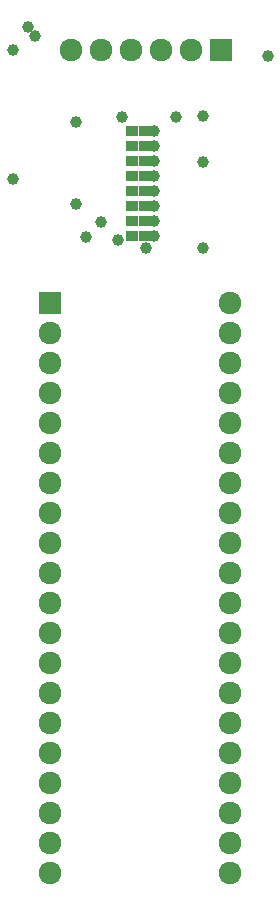
<source format=gbr>
G04 #@! TF.FileFunction,Soldermask,Bot*
%FSLAX46Y46*%
G04 Gerber Fmt 4.6, Leading zero omitted, Abs format (unit mm)*
G04 Created by KiCad (PCBNEW 4.0.7) date 03/16/20 13:41:23*
%MOMM*%
%LPD*%
G01*
G04 APERTURE LIST*
%ADD10C,0.100000*%
%ADD11C,1.924000*%
%ADD12R,1.924000X1.924000*%
%ADD13C,1.000000*%
%ADD14R,1.000000X0.900000*%
G04 APERTURE END LIST*
D10*
D11*
X116332000Y-127508000D03*
X116332000Y-130048000D03*
X131572000Y-130048000D03*
X131572000Y-127508000D03*
X131572000Y-112268000D03*
X131572000Y-114808000D03*
X131572000Y-117348000D03*
X131572000Y-119888000D03*
X131572000Y-122428000D03*
X131572000Y-124968000D03*
X116332000Y-124968000D03*
X116332000Y-122428000D03*
X116332000Y-119888000D03*
X116332000Y-117348000D03*
X116332000Y-114808000D03*
X116332000Y-112268000D03*
D12*
X116332000Y-81788000D03*
D11*
X116332000Y-84328000D03*
X116332000Y-86868000D03*
X116332000Y-89408000D03*
X116332000Y-91948000D03*
X116332000Y-94488000D03*
X116332000Y-97028000D03*
X116332000Y-99568000D03*
X116332000Y-102108000D03*
X116332000Y-104648000D03*
X116332000Y-107188000D03*
X116332000Y-109728000D03*
X131572000Y-109728000D03*
X131572000Y-107188000D03*
X131572000Y-104648000D03*
X131572000Y-102108000D03*
X131572000Y-99568000D03*
X131572000Y-97028000D03*
X131572000Y-94488000D03*
X131572000Y-91948000D03*
X131572000Y-89408000D03*
X131572000Y-86868000D03*
X131572000Y-84328000D03*
X131572000Y-81788000D03*
X123190000Y-60325000D03*
X125730000Y-60325000D03*
D12*
X130810000Y-60325000D03*
D11*
X128270000Y-60325000D03*
X120650000Y-60325000D03*
X118110000Y-60325000D03*
D13*
X120650000Y-74930000D03*
X119380000Y-76200000D03*
X125095000Y-76073000D03*
X125095000Y-74803000D03*
X125095000Y-73533000D03*
X125095000Y-72263000D03*
X125095000Y-70993000D03*
X125095000Y-69723000D03*
X125095000Y-68453000D03*
X125095000Y-67183000D03*
X127000000Y-66040000D03*
X122047000Y-76454000D03*
X124460000Y-77089000D03*
X114427000Y-58420000D03*
X113157000Y-71247000D03*
X118491000Y-73406000D03*
X118491000Y-66421000D03*
X115062000Y-59182000D03*
X122428000Y-66040000D03*
X129286000Y-69850000D03*
X129286000Y-77089000D03*
X113157000Y-60325000D03*
X129286000Y-65913000D03*
X134747000Y-60833000D03*
D14*
X123275000Y-67183000D03*
X124375000Y-67183000D03*
X123275000Y-68453000D03*
X124375000Y-68453000D03*
X123275000Y-69723000D03*
X124375000Y-69723000D03*
X123275000Y-70993000D03*
X124375000Y-70993000D03*
X123275000Y-72263000D03*
X124375000Y-72263000D03*
X123275000Y-73533000D03*
X124375000Y-73533000D03*
X123275000Y-74803000D03*
X124375000Y-74803000D03*
X123275000Y-76073000D03*
X124375000Y-76073000D03*
M02*

</source>
